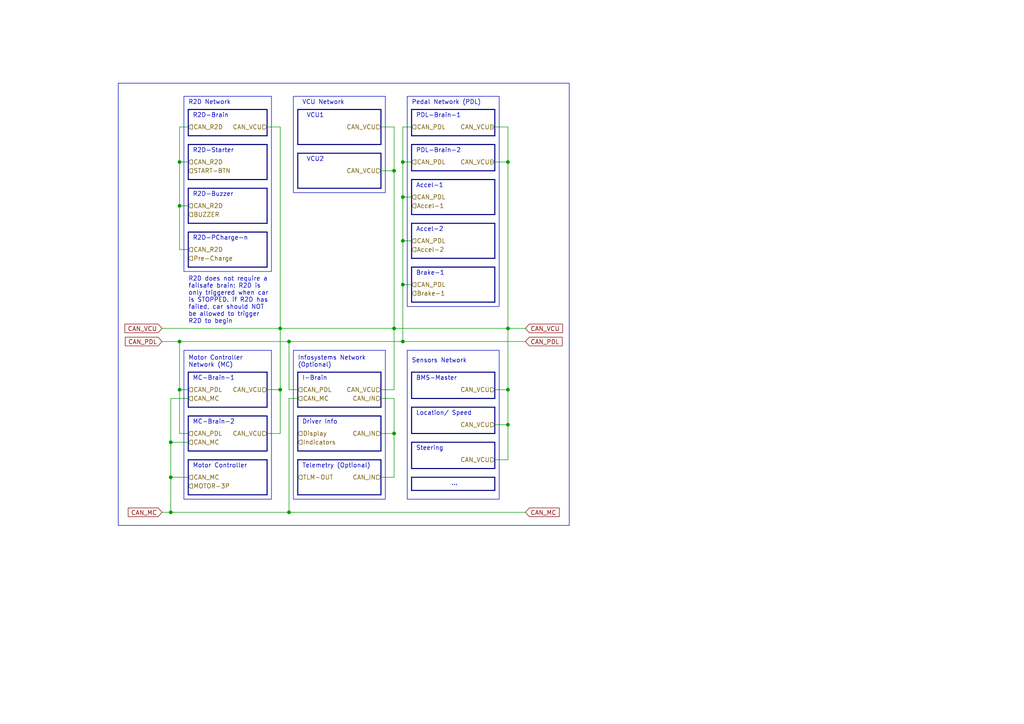
<source format=kicad_sch>
(kicad_sch (version 20230121) (generator eeschema)
  (paper "A4")
  (lib_symbols)
  (junction (at 83.82 99.06))
  (junction (at 52.07 59.69))
  (junction (at 114.3 49.53))
  (junction (at 81.28 113.03))
  (junction (at 116.84 99.06))
  (junction (at 114.3 125.73))
  (junction (at 147.32 113.03))
  (junction (at 81.28 95.25))
  (junction (at 52.07 99.06))
  (junction (at 52.07 46.99))
  (junction (at 114.3 95.25))
  (junction (at 147.32 95.25))
  (junction (at 116.84 82.55))
  (junction (at 147.32 46.99))
  (junction (at 49.53 128.27))
  (junction (at 49.53 148.59))
  (junction (at 83.82 148.59))
  (junction (at 116.84 69.85))
  (junction (at 116.84 46.99))
  (junction (at 147.32 123.19))
  (junction (at 52.07 113.03))
  (junction (at 116.84 57.15))
  (junction (at 49.53 138.43))
  (bus (pts (xy 119.38 31.75) (xy 143.51 31.75)))
  (wire (pts (xy 147.32 123.19) (xy 147.32 113.03)))
  (wire (pts (xy 81.28 125.73) (xy 81.28 113.03)))
  (bus (pts (xy 119.38 31.75) (xy 119.38 39.37)))
  (wire (pts (xy 54.61 72.39) (xy 52.07 72.39)))
  (wire (pts (xy 116.84 36.83) (xy 119.38 36.83)))
  (bus (pts (xy 54.61 67.31) (xy 54.61 77.47)))
  (bus (pts (xy 119.38 138.43) (xy 119.38 142.24)))
  (bus (pts (xy 86.36 107.95) (xy 110.49 107.95)))
  (bus (pts (xy 54.61 39.37) (xy 77.47 39.37)))
  (wire (pts (xy 143.51 123.19) (xy 147.32 123.19)))
  (bus (pts (xy 143.51 52.07) (xy 143.51 62.23)))
  (bus (pts (xy 119.38 118.11) (xy 119.38 125.73)))
  (bus (pts (xy 119.38 77.47) (xy 119.38 87.63)))
  (wire (pts (xy 52.07 46.99) (xy 52.07 36.83)))
  (wire (pts (xy 52.07 99.06) (xy 52.07 113.03)))
  (bus (pts (xy 77.47 31.75) (xy 77.47 39.37)))
  (wire (pts (xy 86.36 115.57) (xy 83.82 115.57)))
  (bus (pts (xy 77.47 120.65) (xy 77.47 130.81)))
  (bus (pts (xy 86.36 44.45) (xy 110.49 44.45)))
  (bus (pts (xy 119.38 135.89) (xy 143.51 135.89)))
  (bus (pts (xy 110.49 107.95) (xy 110.49 118.11)))
  (wire (pts (xy 54.61 125.73) (xy 52.07 125.73)))
  (bus (pts (xy 54.61 120.65) (xy 77.47 120.65)))
  (wire (pts (xy 49.53 138.43) (xy 49.53 148.59)))
  (wire (pts (xy 147.32 46.99) (xy 147.32 95.25)))
  (bus (pts (xy 54.61 41.91) (xy 54.61 52.07)))
  (wire (pts (xy 110.49 115.57) (xy 114.3 115.57)))
  (bus (pts (xy 54.61 107.95) (xy 54.61 118.11)))
  (bus (pts (xy 143.51 128.27) (xy 143.51 135.89)))
  (wire (pts (xy 116.84 46.99) (xy 119.38 46.99)))
  (wire (pts (xy 52.07 72.39) (xy 52.07 59.69)))
  (bus (pts (xy 110.49 133.35) (xy 110.49 143.51)))
  (bus (pts (xy 54.61 133.35) (xy 77.47 133.35)))
  (bus (pts (xy 119.38 41.91) (xy 119.38 49.53)))
  (bus (pts (xy 54.61 118.11) (xy 77.47 118.11)))
  (bus (pts (xy 119.38 74.93) (xy 143.51 74.93)))
  (wire (pts (xy 54.61 115.57) (xy 49.53 115.57)))
  (bus (pts (xy 86.36 107.95) (xy 86.36 118.11)))
  (wire (pts (xy 77.47 36.83) (xy 81.28 36.83)))
  (bus (pts (xy 119.38 125.73) (xy 143.51 125.73)))
  (bus (pts (xy 119.38 142.24) (xy 143.51 142.24)))
  (bus (pts (xy 110.49 120.65) (xy 110.49 130.81)))
  (wire (pts (xy 110.49 138.43) (xy 114.3 138.43)))
  (wire (pts (xy 52.07 125.73) (xy 52.07 113.03)))
  (wire (pts (xy 52.07 113.03) (xy 54.61 113.03)))
  (wire (pts (xy 46.99 148.59) (xy 49.53 148.59)))
  (wire (pts (xy 119.38 82.55) (xy 116.84 82.55)))
  (wire (pts (xy 52.07 99.06) (xy 83.82 99.06)))
  (bus (pts (xy 77.47 133.35) (xy 77.47 143.51)))
  (bus (pts (xy 119.38 64.77) (xy 119.38 74.93)))
  (bus (pts (xy 77.47 67.31) (xy 77.47 77.47)))
  (bus (pts (xy 143.51 118.11) (xy 143.51 125.73)))
  (bus (pts (xy 86.36 31.75) (xy 86.36 41.91)))
  (bus (pts (xy 54.61 67.31) (xy 77.47 67.31)))
  (wire (pts (xy 49.53 148.59) (xy 83.82 148.59)))
  (bus (pts (xy 119.38 77.47) (xy 143.51 77.47)))
  (bus (pts (xy 119.38 118.11) (xy 143.51 118.11)))
  (bus (pts (xy 119.38 128.27) (xy 119.38 135.89)))
  (bus (pts (xy 54.61 130.81) (xy 77.47 130.81)))
  (bus (pts (xy 77.47 107.95) (xy 77.47 118.11)))
  (bus (pts (xy 54.61 107.95) (xy 77.47 107.95)))
  (bus (pts (xy 143.51 41.91) (xy 143.51 49.53)))
  (bus (pts (xy 119.38 107.95) (xy 143.51 107.95)))
  (bus (pts (xy 86.36 130.81) (xy 110.49 130.81)))
  (bus (pts (xy 119.38 64.77) (xy 143.51 64.77)))
  (bus (pts (xy 86.36 54.61) (xy 110.49 54.61)))
  (bus (pts (xy 86.36 41.91) (xy 110.49 41.91)))
  (wire (pts (xy 114.3 36.83) (xy 114.3 49.53)))
  (wire (pts (xy 116.84 99.06) (xy 152.4 99.06)))
  (bus (pts (xy 86.36 118.11) (xy 110.49 118.11)))
  (wire (pts (xy 81.28 95.25) (xy 114.3 95.25)))
  (wire (pts (xy 114.3 125.73) (xy 110.49 125.73)))
  (wire (pts (xy 116.84 46.99) (xy 116.84 36.83)))
  (wire (pts (xy 147.32 113.03) (xy 147.32 95.25)))
  (wire (pts (xy 110.49 49.53) (xy 114.3 49.53)))
  (wire (pts (xy 54.61 46.99) (xy 52.07 46.99)))
  (bus (pts (xy 119.38 87.63) (xy 143.51 87.63)))
  (bus (pts (xy 54.61 41.91) (xy 77.47 41.91)))
  (wire (pts (xy 46.99 95.25) (xy 81.28 95.25)))
  (bus (pts (xy 54.61 120.65) (xy 54.61 130.81)))
  (bus (pts (xy 86.36 143.51) (xy 110.49 143.51)))
  (bus (pts (xy 54.61 54.61) (xy 77.47 54.61)))
  (wire (pts (xy 147.32 36.83) (xy 142.24 36.83)))
  (wire (pts (xy 54.61 59.69) (xy 52.07 59.69)))
  (bus (pts (xy 119.38 128.27) (xy 143.51 128.27)))
  (wire (pts (xy 81.28 113.03) (xy 81.28 95.25)))
  (wire (pts (xy 119.38 69.85) (xy 116.84 69.85)))
  (wire (pts (xy 116.84 69.85) (xy 116.84 57.15)))
  (bus (pts (xy 77.47 54.61) (xy 77.47 64.77)))
  (bus (pts (xy 54.61 64.77) (xy 77.47 64.77)))
  (bus (pts (xy 86.36 44.45) (xy 86.36 54.61)))
  (wire (pts (xy 114.3 95.25) (xy 114.3 113.03)))
  (bus (pts (xy 86.36 120.65) (xy 86.36 130.81)))
  (wire (pts (xy 49.53 138.43) (xy 54.61 138.43)))
  (bus (pts (xy 143.51 31.75) (xy 143.51 39.37)))
  (bus (pts (xy 119.38 62.23) (xy 143.51 62.23)))
  (wire (pts (xy 46.99 99.06) (xy 52.07 99.06)))
  (wire (pts (xy 142.24 46.99) (xy 147.32 46.99)))
  (wire (pts (xy 143.51 133.35) (xy 147.32 133.35)))
  (wire (pts (xy 147.32 123.19) (xy 147.32 133.35)))
  (wire (pts (xy 147.32 46.99) (xy 147.32 36.83)))
  (wire (pts (xy 83.82 99.06) (xy 116.84 99.06)))
  (wire (pts (xy 83.82 115.57) (xy 83.82 148.59)))
  (bus (pts (xy 86.36 120.65) (xy 110.49 120.65)))
  (bus (pts (xy 54.61 54.61) (xy 54.61 64.77)))
  (wire (pts (xy 114.3 138.43) (xy 114.3 125.73)))
  (wire (pts (xy 77.47 125.73) (xy 81.28 125.73)))
  (bus (pts (xy 119.38 115.57) (xy 143.51 115.57)))
  (wire (pts (xy 119.38 57.15) (xy 116.84 57.15)))
  (bus (pts (xy 54.61 31.75) (xy 77.47 31.75)))
  (wire (pts (xy 49.53 128.27) (xy 49.53 138.43)))
  (wire (pts (xy 116.84 57.15) (xy 116.84 46.99)))
  (bus (pts (xy 119.38 138.43) (xy 143.51 138.43)))
  (bus (pts (xy 119.38 52.07) (xy 119.38 62.23)))
  (bus (pts (xy 143.51 77.47) (xy 143.51 87.63)))
  (wire (pts (xy 114.3 49.53) (xy 114.3 95.25)))
  (bus (pts (xy 86.36 133.35) (xy 86.36 143.51)))
  (wire (pts (xy 49.53 128.27) (xy 54.61 128.27)))
  (wire (pts (xy 110.49 36.83) (xy 114.3 36.83)))
  (bus (pts (xy 86.36 31.75) (xy 110.49 31.75)))
  (wire (pts (xy 81.28 36.83) (xy 81.28 95.25)))
  (wire (pts (xy 143.51 113.03) (xy 147.32 113.03)))
  (wire (pts (xy 52.07 36.83) (xy 54.61 36.83)))
  (bus (pts (xy 54.61 133.35) (xy 54.61 143.51)))
  (bus (pts (xy 143.51 64.77) (xy 143.51 74.93)))
  (bus (pts (xy 110.49 44.45) (xy 110.49 54.61)))
  (bus (pts (xy 119.38 52.07) (xy 143.51 52.07)))
  (wire (pts (xy 110.49 113.03) (xy 114.3 113.03)))
  (wire (pts (xy 83.82 113.03) (xy 83.82 99.06)))
  (wire (pts (xy 86.36 113.03) (xy 83.82 113.03)))
  (bus (pts (xy 54.61 31.75) (xy 54.61 39.37)))
  (wire (pts (xy 116.84 82.55) (xy 116.84 99.06)))
  (bus (pts (xy 143.51 138.43) (xy 143.51 142.24)))
  (bus (pts (xy 54.61 77.47) (xy 77.47 77.47)))
  (wire (pts (xy 114.3 115.57) (xy 114.3 125.73)))
  (wire (pts (xy 116.84 69.85) (xy 116.84 82.55)))
  (bus (pts (xy 54.61 143.51) (xy 77.47 143.51)))
  (bus (pts (xy 119.38 41.91) (xy 143.51 41.91)))
  (bus (pts (xy 143.51 107.95) (xy 143.51 115.57)))
  (bus (pts (xy 119.38 49.53) (xy 143.51 49.53)))
  (bus (pts (xy 54.61 52.07) (xy 77.47 52.07)))
  (bus (pts (xy 77.47 41.91) (xy 77.47 52.07)))
  (bus (pts (xy 86.36 133.35) (xy 110.49 133.35)))
  (wire (pts (xy 77.47 113.03) (xy 81.28 113.03)))
  (wire (pts (xy 114.3 95.25) (xy 147.32 95.25)))
  (wire (pts (xy 147.32 95.25) (xy 152.4 95.25)))
  (wire (pts (xy 52.07 59.69) (xy 52.07 46.99)))
  (bus (pts (xy 119.38 39.37) (xy 143.51 39.37)))
  (wire (pts (xy 83.82 148.59) (xy 152.4 148.59)))
  (bus (pts (xy 119.38 107.95) (xy 119.38 115.57)))
  (wire (pts (xy 49.53 115.57) (xy 49.53 128.27)))
  (bus (pts (xy 110.49 31.75) (xy 110.49 41.91)))
  (rectangle (start 118.11 27.94) (end 144.78 88.9))
  (rectangle (start 85.09 27.94) (end 111.76 55.88))
  (rectangle (start 53.34 101.6) (end 78.74 144.78))
  (rectangle (start 34.29 24.13) (end 165.1 152.4))
  (rectangle (start 85.09 101.6) (end 111.76 144.78))
  (rectangle (start 53.34 27.94) (end 78.74 78.74))
  (rectangle (start 118.11 101.6) (end 144.78 144.78))
  (text "R2D-Brain" (at 55.88 34.29 0) (effects (font (size 1.27 1.27)) (justify left bottom)))
  (text "MC-Brain-1" (at 55.88 110.49 0) (effects (font (size 1.27 1.27)) (justify left bottom)))
  (text "Steering" (at 120.65 130.81 0) (effects (font (size 1.27 1.27)) (justify left bottom)))
  (text "Telemetry (Optional)" (at 87.63 135.89 0) (effects (font (size 1.27 1.27)) (justify left bottom)))
  (text "BMS-Master" (at 120.65 110.49 0) (effects (font (size 1.27 1.27)) (justify left bottom)))
  (text "PDL-Brain-1" (at 120.65 34.29 0) (effects (font (size 1.27 1.27)) (justify left bottom)))
  (text "..." (at 130.81 140.97 0) (effects (font (size 1.27 1.27)) (justify left bottom)))
  (text "Motor Controller" (at 55.88 135.89 0) (effects (font (size 1.27 1.27)) (justify left bottom)))
  (text "PDL-Brain-2" (at 120.65 44.45 0) (effects (font (size 1.27 1.27)) (justify left bottom)))
  (text "Location/ Speed" (at 120.65 120.65 0) (effects (font (size 1.27 1.27)) (justify left bottom)))
  (text "R2D-PCharge-n" (at 55.88 69.85 0) (effects (font (size 1.27 1.27)) (justify left bottom)))
  (text "Pedal Network (PDL)" (at 119.38 30.48 0) (effects (font (size 1.27 1.27)) (justify left bottom)))
  (text "VCU1" (at 88.9 34.29 0) (effects (font (size 1.27 1.27)) (justify left bottom)))
  (text "R2D does not require a \nfailsafe brain: R2D is \nonly triggered when car \nis STOPPED. if R2D has \nfailed, car should NOT \nbe allowed to trigger \nR2D to begin" (at 54.61 93.98 0) (effects (font (size 1.27 1.27)) (justify left bottom)))
  (text "R2D-Starter" (at 55.88 44.45 0) (effects (font (size 1.27 1.27)) (justify left bottom)))
  (text "R2D-Buzzer" (at 55.88 57.15 0) (effects (font (size 1.27 1.27)) (justify left bottom)))
  (text "Sensors Network" (at 119.38 105.41 0) (effects (font (size 1.27 1.27)) (justify left bottom)))
  (text "I-Brain" (at 87.63 110.49 0) (effects (font (size 1.27 1.27)) (justify left bottom)))
  (text "Accel-1" (at 120.65 54.61 0) (effects (font (size 1.27 1.27)) (justify left bottom)))
  (text "MC-Brain-2" (at 55.88 123.19 0) (effects (font (size 1.27 1.27)) (justify left bottom)))
  (text "Accel-2" (at 120.65 67.31 0) (effects (font (size 1.27 1.27)) (justify left bottom)))
  (text "VCU Network" (at 87.63 30.48 0) (effects (font (size 1.27 1.27)) (justify left bottom)))
  (text "R2D Network" (at 54.61 30.48 0) (effects (font (size 1.27 1.27)) (justify left bottom)))
  (text "Infosystems Network\n(Optional)" (at 86.36 106.68 0) (effects (font (size 1.27 1.27)) (justify left bottom)))
  (text "Driver Info" (at 87.63 123.19 0) (effects (font (size 1.27 1.27)) (justify left bottom)))
  (text "Brake-1" (at 120.65 80.01 0) (effects (font (size 1.27 1.27)) (justify left bottom)))
  (text "Motor Controller \nNetwork (MC)" (at 54.61 106.68 0) (effects (font (size 1.27 1.27)) (justify left bottom)))
  (text "VCU2" (at 88.9 46.99 0) (effects (font (size 1.27 1.27)) (justify left bottom)))
  (global_label "CAN_PDL" (shape input) (at 152.4 99.06 0) (property "Intersheetrefs" "${INTERSHEET_REFS}" (effects hide)))
  (global_label "CAN_MC" (shape input) (at 46.99 148.59 180) (property "Intersheetrefs" "${INTERSHEET_REFS}" (effects hide)))
  (global_label "CAN_VCU" (shape input) (at 46.99 95.25 180) (property "Intersheetrefs" "${INTERSHEET_REFS}" (effects hide)))
  (global_label "CAN_PDL" (shape input) (at 46.99 99.06 180) (property "Intersheetrefs" "${INTERSHEET_REFS}" (effects hide)))
  (global_label "CAN_MC" (shape input) (at 152.4 148.59 0) (property "Intersheetrefs" "${INTERSHEET_REFS}" (effects hide)))
  (global_label "CAN_VCU" (shape input) (at 152.4 95.25 0) (property "Intersheetrefs" "${INTERSHEET_REFS}" (effects hide)))
  (hierarchical_label "CAN_VCU" (shape input) (at 110.49 49.53 180))
  (hierarchical_label "Display" (shape input) (at 86.36 125.73 0))
  (hierarchical_label "CAN_VCU" (shape input) (at 143.51 46.99 180))
  (hierarchical_label "CAN_VCU" (shape input) (at 77.47 125.73 180))
  (hierarchical_label "CAN_VCU" (shape input) (at 143.51 133.35 180))
  (hierarchical_label "CAN_MC" (shape input) (at 54.61 115.57 0))
  (hierarchical_label "CAN_PDL" (shape input) (at 86.36 113.03 0))
  (hierarchical_label "Accel-1" (shape input) (at 119.38 59.69 0))
  (hierarchical_label "CAN_MC" (shape input) (at 54.61 138.43 0))
  (hierarchical_label "Indicators" (shape input) (at 86.36 128.27 0))
  (hierarchical_label "CAN_MC" (shape input) (at 54.61 128.27 0))
  (hierarchical_label "Brake-1" (shape input) (at 119.38 85.09 0))
  (hierarchical_label "CAN_PDL" (shape input) (at 119.38 57.15 0))
  (hierarchical_label "CAN_R2D" (shape input) (at 54.61 46.99 0))
  (hierarchical_label "Pre-Charge" (shape input) (at 54.61 74.93 0))
  (hierarchical_label "CAN_PDL" (shape input) (at 54.61 125.73 0))
  (hierarchical_label "CAN_VCU" (shape input) (at 110.49 113.03 180))
  (hierarchical_label "CAN_R2D" (shape input) (at 54.61 72.39 0))
  (hierarchical_label "CAN_IN" (shape input) (at 110.49 115.57 180))
  (hierarchical_label "CAN_PDL" (shape input) (at 54.61 113.03 0))
  (hierarchical_label "CAN_VCU" (shape input) (at 77.47 36.83 180))
  (hierarchical_label "CAN_VCU" (shape input) (at 110.49 36.83 180))
  (hierarchical_label "CAN_PDL" (shape input) (at 119.38 46.99 0))
  (hierarchical_label "CAN_IN" (shape input) (at 110.49 138.43 180))
  (hierarchical_label "BUZZER" (shape input) (at 54.61 62.23 0))
  (hierarchical_label "CAN_PDL" (shape input) (at 119.38 82.55 0))
  (hierarchical_label "START-BTN" (shape input) (at 54.61 49.53 0))
  (hierarchical_label "CAN_IN" (shape input) (at 110.49 125.73 180))
  (hierarchical_label "CAN_VCU" (shape input) (at 143.51 113.03 180))
  (hierarchical_label "CAN_PDL" (shape input) (at 119.38 69.85 0))
  (hierarchical_label "Accel-2" (shape input) (at 119.38 72.39 0))
  (hierarchical_label "CAN_VCU" (shape input) (at 77.47 113.03 180))
  (hierarchical_label "CAN_R2D" (shape input) (at 54.61 59.69 0))
  (hierarchical_label "MOTOR-3P" (shape input) (at 54.61 140.97 0))
  (hierarchical_label "CAN_PDL" (shape input) (at 119.38 36.83 0))
  (hierarchical_label "CAN_R2D" (shape input) (at 54.61 36.83 0))
  (hierarchical_label "TLM-OUT" (shape input) (at 86.36 138.43 0))
  (hierarchical_label "CAN_VCU" (shape input) (at 143.51 36.83 180))
  (hierarchical_label "CAN_MC" (shape input) (at 86.36 115.57 0))
  (hierarchical_label "CAN_VCU" (shape input) (at 143.51 123.19 180))
)
</source>
